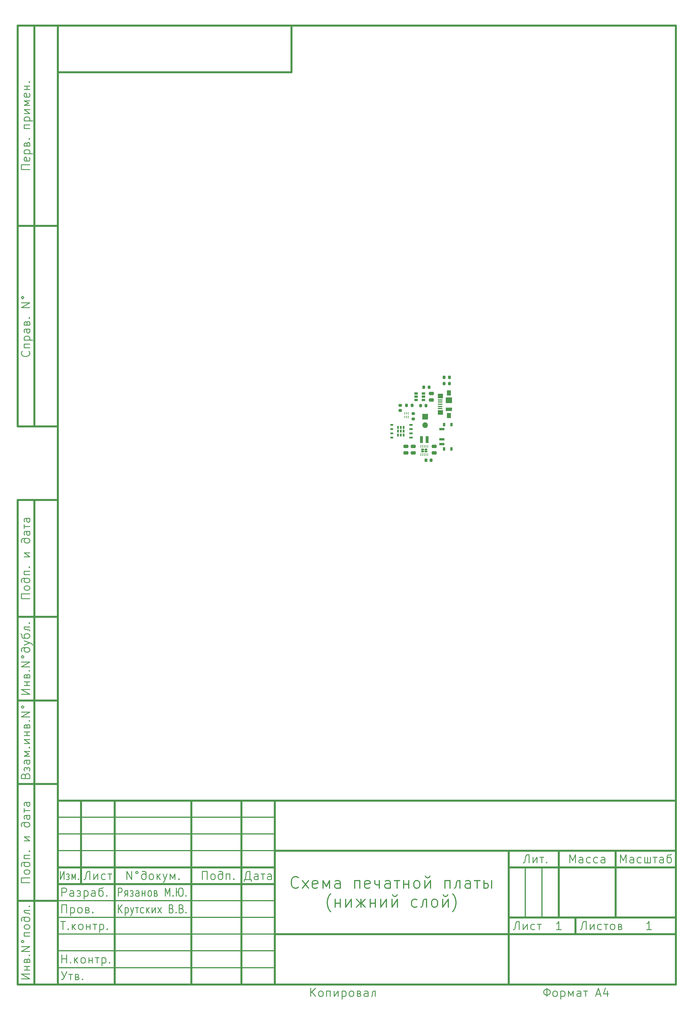
<source format=gbr>
%TF.GenerationSoftware,KiCad,Pcbnew,(6.0.0)*%
%TF.CreationDate,2022-01-12T10:47:11+03:00*%
%TF.ProjectId,Curse_PCB,43757273-655f-4504-9342-2e6b69636164,rev?*%
%TF.SameCoordinates,Original*%
%TF.FileFunction,Paste,Bot*%
%TF.FilePolarity,Positive*%
%FSLAX46Y46*%
G04 Gerber Fmt 4.6, Leading zero omitted, Abs format (unit mm)*
G04 Created by KiCad (PCBNEW (6.0.0)) date 2022-01-12 10:47:11*
%MOMM*%
%LPD*%
G01*
G04 APERTURE LIST*
G04 Aperture macros list*
%AMRoundRect*
0 Rectangle with rounded corners*
0 $1 Rounding radius*
0 $2 $3 $4 $5 $6 $7 $8 $9 X,Y pos of 4 corners*
0 Add a 4 corners polygon primitive as box body*
4,1,4,$2,$3,$4,$5,$6,$7,$8,$9,$2,$3,0*
0 Add four circle primitives for the rounded corners*
1,1,$1+$1,$2,$3*
1,1,$1+$1,$4,$5*
1,1,$1+$1,$6,$7*
1,1,$1+$1,$8,$9*
0 Add four rect primitives between the rounded corners*
20,1,$1+$1,$2,$3,$4,$5,0*
20,1,$1+$1,$4,$5,$6,$7,0*
20,1,$1+$1,$6,$7,$8,$9,0*
20,1,$1+$1,$8,$9,$2,$3,0*%
G04 Aperture macros list end*
%ADD10C,0.100000*%
%ADD11C,0.600000*%
%ADD12C,0.300000*%
%ADD13C,0.250000*%
%ADD14C,0.350000*%
%ADD15C,0.500000*%
%ADD16RoundRect,0.225000X-0.250000X0.225000X-0.250000X-0.225000X0.250000X-0.225000X0.250000X0.225000X0*%
%ADD17RoundRect,0.250000X-0.475000X0.250000X-0.475000X-0.250000X0.475000X-0.250000X0.475000X0.250000X0*%
%ADD18RoundRect,0.225000X-0.225000X-0.250000X0.225000X-0.250000X0.225000X0.250000X-0.225000X0.250000X0*%
%ADD19R,0.280000X0.850000*%
%ADD20R,0.280000X0.750000*%
%ADD21RoundRect,0.130000X-0.305000X0.130000X-0.305000X-0.130000X0.305000X-0.130000X0.305000X0.130000X0*%
%ADD22RoundRect,0.062500X-0.062500X0.350000X-0.062500X-0.350000X0.062500X-0.350000X0.062500X0.350000X0*%
%ADD23R,0.850000X2.000000*%
%ADD24RoundRect,0.200000X0.200000X0.275000X-0.200000X0.275000X-0.200000X-0.275000X0.200000X-0.275000X0*%
%ADD25RoundRect,0.200000X-0.275000X0.200000X-0.275000X-0.200000X0.275000X-0.200000X0.275000X0.200000X0*%
%ADD26R,0.900000X0.600000*%
%ADD27R,0.600000X0.900000*%
%ADD28R,1.050000X0.600000*%
%ADD29RoundRect,0.250000X0.475000X-0.250000X0.475000X0.250000X-0.475000X0.250000X-0.475000X-0.250000X0*%
%ADD30R,1.060000X0.650000*%
%ADD31RoundRect,0.218750X-0.218750X-0.256250X0.218750X-0.256250X0.218750X0.256250X-0.218750X0.256250X0*%
%ADD32RoundRect,0.200000X-0.200000X-0.275000X0.200000X-0.275000X0.200000X0.275000X-0.200000X0.275000X0*%
%ADD33R,0.800000X1.000000*%
%ADD34R,1.500000X0.700000*%
%ADD35R,1.380000X0.450000*%
%ADD36R,1.300000X1.650000*%
%ADD37R,1.900000X1.000000*%
%ADD38R,1.550000X1.425000*%
%ADD39R,1.900000X1.800000*%
%ADD40R,1.700000X1.700000*%
%ADD41O,1.700000X1.700000*%
G04 APERTURE END LIST*
D10*
D11*
X20000000Y-292002200D02*
X20000000Y-5000000D01*
X205007200Y-5000000D01*
X205007200Y-292002200D01*
X20000000Y-292002200D01*
D10*
D11*
X8000000Y-232002200D02*
X20000000Y-232002200D01*
D10*
D11*
X8000000Y-207002200D02*
X20000000Y-207002200D01*
D10*
D11*
X8000000Y-182002200D02*
X20000000Y-182002200D01*
D10*
D11*
X90000000Y-5000000D02*
X90000000Y-19000000D01*
D10*
D11*
X20000000Y-19000000D02*
X90000000Y-19000000D01*
D10*
D11*
X8000000Y-147002200D02*
X20000000Y-147002200D01*
D10*
D11*
X8000000Y-292002200D02*
X20000000Y-292002200D01*
D10*
D11*
X8000000Y-267002200D02*
X20000000Y-267002200D01*
D10*
D11*
X85007200Y-237002200D02*
X85007200Y-292002200D01*
D10*
D11*
X75007200Y-237002200D02*
X75007200Y-292002200D01*
D10*
D11*
X60007200Y-237002200D02*
X60007200Y-292002200D01*
D10*
D11*
X37007200Y-237002200D02*
X37007200Y-292002200D01*
D10*
D11*
X27007200Y-237002200D02*
X27007200Y-262002200D01*
D10*
D12*
X20007200Y-252002200D02*
X85007200Y-252002200D01*
D10*
D12*
X20007200Y-247002200D02*
X85007200Y-247002200D01*
D10*
D12*
X20007200Y-242002200D02*
X85007200Y-242002200D01*
D10*
D11*
X20007200Y-262002200D02*
X85007200Y-262002200D01*
D10*
D11*
X20007200Y-257002200D02*
X85007200Y-257002200D01*
D10*
D12*
X20007200Y-287002200D02*
X85007200Y-287002200D01*
D10*
D12*
X20007200Y-282002200D02*
X85007200Y-282002200D01*
D10*
D12*
X20007200Y-277002200D02*
X85007200Y-277002200D01*
D10*
D12*
X20007200Y-272002200D02*
X85007200Y-272002200D01*
D10*
D12*
X20007200Y-267002200D02*
X85007200Y-267002200D01*
D10*
D11*
X20007200Y-237002200D02*
X205007200Y-237002200D01*
D10*
D11*
X8000000Y-147002200D02*
X8000000Y-292002200D01*
D10*
D11*
X13000000Y-147002200D02*
X13000000Y-292002200D01*
D10*
D12*
X160007200Y-257002200D02*
X160007200Y-272002200D01*
D10*
D12*
X165007200Y-257002200D02*
X165007200Y-272002200D01*
D10*
D11*
X170007200Y-252002200D02*
X170007200Y-272002200D01*
D10*
D11*
X187007200Y-252002200D02*
X187007200Y-272002200D01*
D10*
D11*
X155007200Y-272002200D02*
X205007200Y-272002200D01*
D10*
D11*
X155007200Y-257002200D02*
X205007200Y-257002200D01*
D10*
D11*
X155007200Y-252002200D02*
X155007200Y-292002200D01*
D10*
D11*
X85007200Y-277002200D02*
X205007200Y-277002200D01*
D10*
D11*
X85007200Y-252002200D02*
X205007200Y-252002200D01*
D10*
D11*
X20007200Y-292002200D02*
X20007200Y-237002200D01*
D10*
D11*
X175007200Y-272002200D02*
X175007200Y-277002200D01*
D10*
D11*
X8000000Y-5002200D02*
X20000000Y-5002200D01*
D10*
D11*
X8000000Y-65002200D02*
X20000000Y-65002200D01*
D10*
D11*
X8000000Y-125002200D02*
X20000000Y-125002200D01*
D10*
D11*
X8000000Y-5002200D02*
X8000000Y-125002200D01*
D10*
D11*
X13000000Y-5002200D02*
X13000000Y-125002200D01*
D10*
D13*
X40709580Y-260633152D02*
X40709580Y-258133152D01*
X42138152Y-260633152D01*
X42138152Y-258133152D01*
X43685771Y-258133152D02*
X43447676Y-258252200D01*
X43328628Y-258490295D01*
X43447676Y-258728390D01*
X43685771Y-258847438D01*
X43923866Y-258728390D01*
X44042914Y-258490295D01*
X43923866Y-258252200D01*
X43685771Y-258133152D01*
X46423866Y-259204580D02*
X46304819Y-259085533D01*
X46066723Y-258966485D01*
X45590533Y-258966485D01*
X45352438Y-259085533D01*
X45233390Y-259204580D01*
X45114342Y-259442676D01*
X45114342Y-260156961D01*
X45233390Y-260395057D01*
X45352438Y-260514104D01*
X45590533Y-260633152D01*
X45947676Y-260633152D01*
X46185771Y-260514104D01*
X46304819Y-260395057D01*
X46423866Y-260156961D01*
X46423866Y-258609342D01*
X46304819Y-258371247D01*
X46185771Y-258252200D01*
X45947676Y-258133152D01*
X45471485Y-258133152D01*
X45233390Y-258252200D01*
X47852438Y-260633152D02*
X47614342Y-260514104D01*
X47495295Y-260395057D01*
X47376247Y-260156961D01*
X47376247Y-259442676D01*
X47495295Y-259204580D01*
X47614342Y-259085533D01*
X47852438Y-258966485D01*
X48209580Y-258966485D01*
X48447676Y-259085533D01*
X48566723Y-259204580D01*
X48685771Y-259442676D01*
X48685771Y-260156961D01*
X48566723Y-260395057D01*
X48447676Y-260514104D01*
X48209580Y-260633152D01*
X47852438Y-260633152D01*
X49757200Y-258966485D02*
X49757200Y-260633152D01*
X49995295Y-259680771D02*
X50709580Y-260633152D01*
X50709580Y-258966485D02*
X49757200Y-259918866D01*
X51542914Y-258966485D02*
X52138152Y-260633152D01*
X52733390Y-258966485D02*
X52138152Y-260633152D01*
X51900057Y-261228390D01*
X51781009Y-261347438D01*
X51542914Y-261466485D01*
X53685771Y-260633152D02*
X53685771Y-258966485D01*
X54400057Y-260276009D01*
X55114342Y-258966485D01*
X55114342Y-260633152D01*
X56304819Y-260395057D02*
X56423866Y-260514104D01*
X56304819Y-260633152D01*
X56185771Y-260514104D01*
X56304819Y-260395057D01*
X56304819Y-260633152D01*
D10*
D13*
X10321428Y-229561723D02*
X10440476Y-229204580D01*
X10559523Y-229085533D01*
X10797619Y-228966485D01*
X11154761Y-228966485D01*
X11392857Y-229085533D01*
X11511904Y-229204580D01*
X11630952Y-229442676D01*
X11630952Y-230395057D01*
X9130952Y-230395057D01*
X9130952Y-229561723D01*
X9250000Y-229323628D01*
X9369047Y-229204580D01*
X9607142Y-229085533D01*
X9845238Y-229085533D01*
X10083333Y-229204580D01*
X10202380Y-229323628D01*
X10321428Y-229561723D01*
X10321428Y-230395057D01*
X10797619Y-227656961D02*
X10797619Y-227418866D01*
X10083333Y-228133152D02*
X9964285Y-227895057D01*
X9964285Y-227418866D01*
X10083333Y-227180771D01*
X10321428Y-227061723D01*
X10440476Y-227061723D01*
X10678571Y-227180771D01*
X10797619Y-227418866D01*
X10916666Y-227180771D01*
X11154761Y-227061723D01*
X11273809Y-227061723D01*
X11511904Y-227180771D01*
X11630952Y-227418866D01*
X11630952Y-227895057D01*
X11511904Y-228133152D01*
X11630952Y-224918866D02*
X10321428Y-224918866D01*
X10083333Y-225037914D01*
X9964285Y-225276009D01*
X9964285Y-225752200D01*
X10083333Y-225990295D01*
X11511904Y-224918866D02*
X11630952Y-225156961D01*
X11630952Y-225752200D01*
X11511904Y-225990295D01*
X11273809Y-226109342D01*
X11035714Y-226109342D01*
X10797619Y-225990295D01*
X10678571Y-225752200D01*
X10678571Y-225156961D01*
X10559523Y-224918866D01*
X11630952Y-223728390D02*
X9964285Y-223728390D01*
X11273809Y-223014104D01*
X9964285Y-222299819D01*
X11630952Y-222299819D01*
X11392857Y-221109342D02*
X11511904Y-220990295D01*
X11630952Y-221109342D01*
X11511904Y-221228390D01*
X11392857Y-221109342D01*
X11630952Y-221109342D01*
X9964285Y-219918866D02*
X11630952Y-219918866D01*
X9964285Y-218728390D01*
X11630952Y-218728390D01*
X10797619Y-217537914D02*
X10797619Y-216466485D01*
X9964285Y-217537914D02*
X11630952Y-217537914D01*
X9964285Y-216466485D02*
X11630952Y-216466485D01*
X10797619Y-214680771D02*
X10916666Y-214323628D01*
X11154761Y-214204580D01*
X11273809Y-214204580D01*
X11511904Y-214323628D01*
X11630952Y-214561723D01*
X11630952Y-215276009D01*
X9964285Y-215276009D01*
X9964285Y-214680771D01*
X10083333Y-214442676D01*
X10321428Y-214323628D01*
X10440476Y-214323628D01*
X10678571Y-214442676D01*
X10797619Y-214680771D01*
X10797619Y-215276009D01*
X11392857Y-213133152D02*
X11511904Y-213014104D01*
X11630952Y-213133152D01*
X11511904Y-213252200D01*
X11392857Y-213133152D01*
X11630952Y-213133152D01*
X11630952Y-211942676D02*
X9130952Y-211942676D01*
X11630952Y-210514104D01*
X9130952Y-210514104D01*
X9130952Y-208966485D02*
X9250000Y-209204580D01*
X9488095Y-209323628D01*
X9726190Y-209204580D01*
X9845238Y-208966485D01*
X9726190Y-208728390D01*
X9488095Y-208609342D01*
X9250000Y-208728390D01*
X9130952Y-208966485D01*
D10*
D13*
X77983390Y-261228390D02*
X77983390Y-260633152D01*
X75840533Y-260633152D01*
X75840533Y-261228390D01*
X77507200Y-260633152D02*
X77507200Y-258133152D01*
X76911961Y-258133152D01*
X76673866Y-258252200D01*
X76554819Y-258371247D01*
X76435771Y-258609342D01*
X76197676Y-260633152D01*
X80007200Y-260633152D02*
X80007200Y-259323628D01*
X79888152Y-259085533D01*
X79650057Y-258966485D01*
X79173866Y-258966485D01*
X78935771Y-259085533D01*
X80007200Y-260514104D02*
X79769104Y-260633152D01*
X79173866Y-260633152D01*
X78935771Y-260514104D01*
X78816723Y-260276009D01*
X78816723Y-260037914D01*
X78935771Y-259799819D01*
X79173866Y-259680771D01*
X79769104Y-259680771D01*
X80007200Y-259561723D01*
X80840533Y-258966485D02*
X82031009Y-258966485D01*
X81435771Y-258966485D02*
X81435771Y-260633152D01*
X83935771Y-260633152D02*
X83935771Y-259323628D01*
X83816723Y-259085533D01*
X83578628Y-258966485D01*
X83102438Y-258966485D01*
X82864342Y-259085533D01*
X83935771Y-260514104D02*
X83697676Y-260633152D01*
X83102438Y-260633152D01*
X82864342Y-260514104D01*
X82745295Y-260276009D01*
X82745295Y-260037914D01*
X82864342Y-259799819D01*
X83102438Y-259680771D01*
X83697676Y-259680771D01*
X83935771Y-259561723D01*
D10*
D13*
X20822225Y-258133152D02*
X20822225Y-260633152D01*
X21896215Y-258133152D01*
X21896215Y-260633152D01*
X22970205Y-259799819D02*
X23149203Y-259799819D01*
X22612208Y-259085533D02*
X22791206Y-258966485D01*
X23149203Y-258966485D01*
X23328201Y-259085533D01*
X23417700Y-259323628D01*
X23417700Y-259442676D01*
X23328201Y-259680771D01*
X23149203Y-259799819D01*
X23328201Y-259918866D01*
X23417700Y-260156961D01*
X23417700Y-260276009D01*
X23328201Y-260514104D01*
X23149203Y-260633152D01*
X22791206Y-260633152D01*
X22612208Y-260514104D01*
X24223193Y-260633152D02*
X24223193Y-258966485D01*
X24760188Y-260276009D01*
X25297182Y-258966485D01*
X25297182Y-260633152D01*
X26192174Y-260395057D02*
X26281673Y-260514104D01*
X26192174Y-260633152D01*
X26102675Y-260514104D01*
X26192174Y-260395057D01*
X26192174Y-260633152D01*
D10*
D13*
X9130952Y-205156961D02*
X11630952Y-205156961D01*
X9130952Y-203728390D01*
X11630952Y-203728390D01*
X10797619Y-202537914D02*
X10797619Y-201466485D01*
X9964285Y-202537914D02*
X11630952Y-202537914D01*
X9964285Y-201466485D02*
X11630952Y-201466485D01*
X10797619Y-199680771D02*
X10916666Y-199323628D01*
X11154761Y-199204580D01*
X11273809Y-199204580D01*
X11511904Y-199323628D01*
X11630952Y-199561723D01*
X11630952Y-200276009D01*
X9964285Y-200276009D01*
X9964285Y-199680771D01*
X10083333Y-199442676D01*
X10321428Y-199323628D01*
X10440476Y-199323628D01*
X10678571Y-199442676D01*
X10797619Y-199680771D01*
X10797619Y-200276009D01*
X11392857Y-198133152D02*
X11511904Y-198014104D01*
X11630952Y-198133152D01*
X11511904Y-198252200D01*
X11392857Y-198133152D01*
X11630952Y-198133152D01*
X11630952Y-196942676D02*
X9130952Y-196942676D01*
X11630952Y-195514104D01*
X9130952Y-195514104D01*
X9130952Y-193966485D02*
X9250000Y-194204580D01*
X9488095Y-194323628D01*
X9726190Y-194204580D01*
X9845238Y-193966485D01*
X9726190Y-193728390D01*
X9488095Y-193609342D01*
X9250000Y-193728390D01*
X9130952Y-193966485D01*
X10202380Y-191228390D02*
X10083333Y-191347438D01*
X9964285Y-191585533D01*
X9964285Y-192061723D01*
X10083333Y-192299819D01*
X10202380Y-192418866D01*
X10440476Y-192537914D01*
X11154761Y-192537914D01*
X11392857Y-192418866D01*
X11511904Y-192299819D01*
X11630952Y-192061723D01*
X11630952Y-191704580D01*
X11511904Y-191466485D01*
X11392857Y-191347438D01*
X11154761Y-191228390D01*
X9607142Y-191228390D01*
X9369047Y-191347438D01*
X9250000Y-191466485D01*
X9130952Y-191704580D01*
X9130952Y-192180771D01*
X9250000Y-192418866D01*
X9964285Y-190395057D02*
X11630952Y-189799819D01*
X9964285Y-189204580D02*
X11630952Y-189799819D01*
X12226190Y-190037914D01*
X12345238Y-190156961D01*
X12464285Y-190395057D01*
X9011904Y-187061723D02*
X9130952Y-187180771D01*
X9250000Y-187418866D01*
X9250000Y-187895057D01*
X9369047Y-188133152D01*
X9488095Y-188252200D01*
X9726190Y-188371247D01*
X11154761Y-188371247D01*
X11392857Y-188252200D01*
X11511904Y-188133152D01*
X11630952Y-187895057D01*
X11630952Y-187537914D01*
X11511904Y-187299819D01*
X11392857Y-187180771D01*
X11154761Y-187061723D01*
X10440476Y-187061723D01*
X10202380Y-187180771D01*
X10083333Y-187299819D01*
X9964285Y-187537914D01*
X9964285Y-188014104D01*
X10083333Y-188252200D01*
X10202380Y-188371247D01*
X11630952Y-185037914D02*
X9964285Y-185037914D01*
X9964285Y-185395057D01*
X10083333Y-185633152D01*
X10321428Y-185752200D01*
X11273809Y-185871247D01*
X11511904Y-185990295D01*
X11630952Y-186228390D01*
X11392857Y-183847438D02*
X11511904Y-183728390D01*
X11630952Y-183847438D01*
X11511904Y-183966485D01*
X11392857Y-183847438D01*
X11630952Y-183847438D01*
D10*
D13*
X9130952Y-290335533D02*
X11630952Y-290335533D01*
X9130952Y-288906961D01*
X11630952Y-288906961D01*
X10797619Y-287716485D02*
X10797619Y-286645057D01*
X9964285Y-287716485D02*
X11630952Y-287716485D01*
X9964285Y-286645057D02*
X11630952Y-286645057D01*
X10797619Y-284859342D02*
X10916666Y-284502200D01*
X11154761Y-284383152D01*
X11273809Y-284383152D01*
X11511904Y-284502200D01*
X11630952Y-284740295D01*
X11630952Y-285454580D01*
X9964285Y-285454580D01*
X9964285Y-284859342D01*
X10083333Y-284621247D01*
X10321428Y-284502200D01*
X10440476Y-284502200D01*
X10678571Y-284621247D01*
X10797619Y-284859342D01*
X10797619Y-285454580D01*
X11392857Y-283311723D02*
X11511904Y-283192676D01*
X11630952Y-283311723D01*
X11511904Y-283430771D01*
X11392857Y-283311723D01*
X11630952Y-283311723D01*
X11630952Y-282121247D02*
X9130952Y-282121247D01*
X11630952Y-280692676D01*
X9130952Y-280692676D01*
X9130952Y-279145057D02*
X9250000Y-279383152D01*
X9488095Y-279502200D01*
X9726190Y-279383152D01*
X9845238Y-279145057D01*
X9726190Y-278906961D01*
X9488095Y-278787914D01*
X9250000Y-278906961D01*
X9130952Y-279145057D01*
X11630952Y-277597438D02*
X9964285Y-277597438D01*
X9964285Y-276526009D01*
X11630952Y-276526009D01*
X11630952Y-274978390D02*
X11511904Y-275216485D01*
X11392857Y-275335533D01*
X11154761Y-275454580D01*
X10440476Y-275454580D01*
X10202380Y-275335533D01*
X10083333Y-275216485D01*
X9964285Y-274978390D01*
X9964285Y-274621247D01*
X10083333Y-274383152D01*
X10202380Y-274264104D01*
X10440476Y-274145057D01*
X11154761Y-274145057D01*
X11392857Y-274264104D01*
X11511904Y-274383152D01*
X11630952Y-274621247D01*
X11630952Y-274978390D01*
X10202380Y-271883152D02*
X10083333Y-272002200D01*
X9964285Y-272240295D01*
X9964285Y-272716485D01*
X10083333Y-272954580D01*
X10202380Y-273073628D01*
X10440476Y-273192676D01*
X11154761Y-273192676D01*
X11392857Y-273073628D01*
X11511904Y-272954580D01*
X11630952Y-272716485D01*
X11630952Y-272359342D01*
X11511904Y-272121247D01*
X11392857Y-272002200D01*
X11154761Y-271883152D01*
X9607142Y-271883152D01*
X9369047Y-272002200D01*
X9250000Y-272121247D01*
X9130952Y-272359342D01*
X9130952Y-272835533D01*
X9250000Y-273073628D01*
X11630952Y-269859342D02*
X9964285Y-269859342D01*
X9964285Y-270216485D01*
X10083333Y-270454580D01*
X10321428Y-270573628D01*
X11273809Y-270692676D01*
X11511904Y-270811723D01*
X11630952Y-271049819D01*
X11392857Y-268668866D02*
X11511904Y-268549819D01*
X11630952Y-268668866D01*
X11511904Y-268787914D01*
X11392857Y-268668866D01*
X11630952Y-268668866D01*
D10*
D13*
X95727438Y-295633152D02*
X95727438Y-293133152D01*
X97156009Y-295633152D02*
X96084580Y-294204580D01*
X97156009Y-293133152D02*
X95727438Y-294561723D01*
X98584580Y-295633152D02*
X98346485Y-295514104D01*
X98227438Y-295395057D01*
X98108390Y-295156961D01*
X98108390Y-294442676D01*
X98227438Y-294204580D01*
X98346485Y-294085533D01*
X98584580Y-293966485D01*
X98941723Y-293966485D01*
X99179819Y-294085533D01*
X99298866Y-294204580D01*
X99417914Y-294442676D01*
X99417914Y-295156961D01*
X99298866Y-295395057D01*
X99179819Y-295514104D01*
X98941723Y-295633152D01*
X98584580Y-295633152D01*
X100489342Y-295633152D02*
X100489342Y-293966485D01*
X101560771Y-293966485D01*
X101560771Y-295633152D01*
X102751247Y-293966485D02*
X102751247Y-295633152D01*
X103941723Y-293966485D01*
X103941723Y-295633152D01*
X105132200Y-293966485D02*
X105132200Y-296466485D01*
X105132200Y-294085533D02*
X105370295Y-293966485D01*
X105846485Y-293966485D01*
X106084580Y-294085533D01*
X106203628Y-294204580D01*
X106322676Y-294442676D01*
X106322676Y-295156961D01*
X106203628Y-295395057D01*
X106084580Y-295514104D01*
X105846485Y-295633152D01*
X105370295Y-295633152D01*
X105132200Y-295514104D01*
X107751247Y-295633152D02*
X107513152Y-295514104D01*
X107394104Y-295395057D01*
X107275057Y-295156961D01*
X107275057Y-294442676D01*
X107394104Y-294204580D01*
X107513152Y-294085533D01*
X107751247Y-293966485D01*
X108108390Y-293966485D01*
X108346485Y-294085533D01*
X108465533Y-294204580D01*
X108584580Y-294442676D01*
X108584580Y-295156961D01*
X108465533Y-295395057D01*
X108346485Y-295514104D01*
X108108390Y-295633152D01*
X107751247Y-295633152D01*
X110251247Y-294799819D02*
X110608390Y-294918866D01*
X110727438Y-295156961D01*
X110727438Y-295276009D01*
X110608390Y-295514104D01*
X110370295Y-295633152D01*
X109656009Y-295633152D01*
X109656009Y-293966485D01*
X110251247Y-293966485D01*
X110489342Y-294085533D01*
X110608390Y-294323628D01*
X110608390Y-294442676D01*
X110489342Y-294680771D01*
X110251247Y-294799819D01*
X109656009Y-294799819D01*
X112870295Y-295633152D02*
X112870295Y-294323628D01*
X112751247Y-294085533D01*
X112513152Y-293966485D01*
X112036961Y-293966485D01*
X111798866Y-294085533D01*
X112870295Y-295514104D02*
X112632200Y-295633152D01*
X112036961Y-295633152D01*
X111798866Y-295514104D01*
X111679819Y-295276009D01*
X111679819Y-295037914D01*
X111798866Y-294799819D01*
X112036961Y-294680771D01*
X112632200Y-294680771D01*
X112870295Y-294561723D01*
X115013152Y-295633152D02*
X115013152Y-293966485D01*
X114656009Y-293966485D01*
X114417914Y-294085533D01*
X114298866Y-294323628D01*
X114179819Y-295276009D01*
X114060771Y-295514104D01*
X113822676Y-295633152D01*
D10*
D13*
X158156009Y-275633152D02*
X158156009Y-273133152D01*
X157798866Y-273133152D01*
X157441723Y-273252200D01*
X157203628Y-273490295D01*
X157084580Y-273847438D01*
X156846485Y-275276009D01*
X156727438Y-275514104D01*
X156489342Y-275633152D01*
X156370295Y-275633152D01*
X159346485Y-273966485D02*
X159346485Y-275633152D01*
X160536961Y-273966485D01*
X160536961Y-275633152D01*
X162798866Y-275514104D02*
X162560771Y-275633152D01*
X162084580Y-275633152D01*
X161846485Y-275514104D01*
X161727438Y-275395057D01*
X161608390Y-275156961D01*
X161608390Y-274442676D01*
X161727438Y-274204580D01*
X161846485Y-274085533D01*
X162084580Y-273966485D01*
X162560771Y-273966485D01*
X162798866Y-274085533D01*
X163513152Y-273966485D02*
X164703628Y-273966485D01*
X164108390Y-273966485D02*
X164108390Y-275633152D01*
D10*
D13*
X29626247Y-260633152D02*
X29626247Y-258133152D01*
X29269104Y-258133152D01*
X28911961Y-258252200D01*
X28673866Y-258490295D01*
X28554819Y-258847438D01*
X28316723Y-260276009D01*
X28197676Y-260514104D01*
X27959580Y-260633152D01*
X27840533Y-260633152D01*
X30816723Y-258966485D02*
X30816723Y-260633152D01*
X32007200Y-258966485D01*
X32007200Y-260633152D01*
X34269104Y-260514104D02*
X34031009Y-260633152D01*
X33554819Y-260633152D01*
X33316723Y-260514104D01*
X33197676Y-260395057D01*
X33078628Y-260156961D01*
X33078628Y-259442676D01*
X33197676Y-259204580D01*
X33316723Y-259085533D01*
X33554819Y-258966485D01*
X34031009Y-258966485D01*
X34269104Y-259085533D01*
X34983390Y-258966485D02*
X36173866Y-258966485D01*
X35578628Y-258966485D02*
X35578628Y-260633152D01*
D10*
D13*
X178156009Y-275633152D02*
X178156009Y-273133152D01*
X177798866Y-273133152D01*
X177441723Y-273252200D01*
X177203628Y-273490295D01*
X177084580Y-273847438D01*
X176846485Y-275276009D01*
X176727438Y-275514104D01*
X176489342Y-275633152D01*
X176370295Y-275633152D01*
X179346485Y-273966485D02*
X179346485Y-275633152D01*
X180536961Y-273966485D01*
X180536961Y-275633152D01*
X182798866Y-275514104D02*
X182560771Y-275633152D01*
X182084580Y-275633152D01*
X181846485Y-275514104D01*
X181727438Y-275395057D01*
X181608390Y-275156961D01*
X181608390Y-274442676D01*
X181727438Y-274204580D01*
X181846485Y-274085533D01*
X182084580Y-273966485D01*
X182560771Y-273966485D01*
X182798866Y-274085533D01*
X183513152Y-273966485D02*
X184703628Y-273966485D01*
X184108390Y-273966485D02*
X184108390Y-275633152D01*
X185894104Y-275633152D02*
X185656009Y-275514104D01*
X185536961Y-275395057D01*
X185417914Y-275156961D01*
X185417914Y-274442676D01*
X185536961Y-274204580D01*
X185656009Y-274085533D01*
X185894104Y-273966485D01*
X186251247Y-273966485D01*
X186489342Y-274085533D01*
X186608390Y-274204580D01*
X186727438Y-274442676D01*
X186727438Y-275156961D01*
X186608390Y-275395057D01*
X186489342Y-275514104D01*
X186251247Y-275633152D01*
X185894104Y-275633152D01*
X188394104Y-274799819D02*
X188751247Y-274918866D01*
X188870295Y-275156961D01*
X188870295Y-275276009D01*
X188751247Y-275514104D01*
X188513152Y-275633152D01*
X187798866Y-275633152D01*
X187798866Y-273966485D01*
X188394104Y-273966485D01*
X188632200Y-274085533D01*
X188751247Y-274323628D01*
X188751247Y-274442676D01*
X188632200Y-274680771D01*
X188394104Y-274799819D01*
X187798866Y-274799819D01*
D10*
D13*
X161102438Y-255633152D02*
X161102438Y-253133152D01*
X160745295Y-253133152D01*
X160388152Y-253252200D01*
X160150057Y-253490295D01*
X160031009Y-253847438D01*
X159792914Y-255276009D01*
X159673866Y-255514104D01*
X159435771Y-255633152D01*
X159316723Y-255633152D01*
X162292914Y-253966485D02*
X162292914Y-255633152D01*
X163483390Y-253966485D01*
X163483390Y-255633152D01*
X164316723Y-253966485D02*
X165507200Y-253966485D01*
X164911961Y-253966485D02*
X164911961Y-255633152D01*
X166340533Y-255395057D02*
X166459580Y-255514104D01*
X166340533Y-255633152D01*
X166221485Y-255514104D01*
X166340533Y-255395057D01*
X166340533Y-255633152D01*
D10*
D13*
X173269104Y-255633152D02*
X173269104Y-253133152D01*
X174102438Y-254918866D01*
X174935771Y-253133152D01*
X174935771Y-255633152D01*
X177197676Y-255633152D02*
X177197676Y-254323628D01*
X177078628Y-254085533D01*
X176840533Y-253966485D01*
X176364342Y-253966485D01*
X176126247Y-254085533D01*
X177197676Y-255514104D02*
X176959580Y-255633152D01*
X176364342Y-255633152D01*
X176126247Y-255514104D01*
X176007200Y-255276009D01*
X176007200Y-255037914D01*
X176126247Y-254799819D01*
X176364342Y-254680771D01*
X176959580Y-254680771D01*
X177197676Y-254561723D01*
X179459580Y-255514104D02*
X179221485Y-255633152D01*
X178745295Y-255633152D01*
X178507200Y-255514104D01*
X178388152Y-255395057D01*
X178269104Y-255156961D01*
X178269104Y-254442676D01*
X178388152Y-254204580D01*
X178507200Y-254085533D01*
X178745295Y-253966485D01*
X179221485Y-253966485D01*
X179459580Y-254085533D01*
X181602438Y-255514104D02*
X181364342Y-255633152D01*
X180888152Y-255633152D01*
X180650057Y-255514104D01*
X180531009Y-255395057D01*
X180411961Y-255156961D01*
X180411961Y-254442676D01*
X180531009Y-254204580D01*
X180650057Y-254085533D01*
X180888152Y-253966485D01*
X181364342Y-253966485D01*
X181602438Y-254085533D01*
X183745295Y-255633152D02*
X183745295Y-254323628D01*
X183626247Y-254085533D01*
X183388152Y-253966485D01*
X182911961Y-253966485D01*
X182673866Y-254085533D01*
X183745295Y-255514104D02*
X183507200Y-255633152D01*
X182911961Y-255633152D01*
X182673866Y-255514104D01*
X182554819Y-255276009D01*
X182554819Y-255037914D01*
X182673866Y-254799819D01*
X182911961Y-254680771D01*
X183507200Y-254680771D01*
X183745295Y-254561723D01*
D10*
D13*
X188447676Y-255633152D02*
X188447676Y-253133152D01*
X189281009Y-254918866D01*
X190114342Y-253133152D01*
X190114342Y-255633152D01*
X192376247Y-255633152D02*
X192376247Y-254323628D01*
X192257200Y-254085533D01*
X192019104Y-253966485D01*
X191542914Y-253966485D01*
X191304819Y-254085533D01*
X192376247Y-255514104D02*
X192138152Y-255633152D01*
X191542914Y-255633152D01*
X191304819Y-255514104D01*
X191185771Y-255276009D01*
X191185771Y-255037914D01*
X191304819Y-254799819D01*
X191542914Y-254680771D01*
X192138152Y-254680771D01*
X192376247Y-254561723D01*
X194638152Y-255514104D02*
X194400057Y-255633152D01*
X193923866Y-255633152D01*
X193685771Y-255514104D01*
X193566723Y-255395057D01*
X193447676Y-255156961D01*
X193447676Y-254442676D01*
X193566723Y-254204580D01*
X193685771Y-254085533D01*
X193923866Y-253966485D01*
X194400057Y-253966485D01*
X194638152Y-254085533D01*
X196542914Y-253966485D02*
X196542914Y-255633152D01*
X195709580Y-253966485D02*
X195709580Y-255633152D01*
X197376247Y-255633152D01*
X197376247Y-253966485D01*
X198209580Y-253966485D02*
X199400057Y-253966485D01*
X198804819Y-253966485D02*
X198804819Y-255633152D01*
X201304819Y-255633152D02*
X201304819Y-254323628D01*
X201185771Y-254085533D01*
X200947676Y-253966485D01*
X200471485Y-253966485D01*
X200233390Y-254085533D01*
X201304819Y-255514104D02*
X201066723Y-255633152D01*
X200471485Y-255633152D01*
X200233390Y-255514104D01*
X200114342Y-255276009D01*
X200114342Y-255037914D01*
X200233390Y-254799819D01*
X200471485Y-254680771D01*
X201066723Y-254680771D01*
X201304819Y-254561723D01*
X203685771Y-253014104D02*
X203566723Y-253133152D01*
X203328628Y-253252200D01*
X202852438Y-253252200D01*
X202614342Y-253371247D01*
X202495295Y-253490295D01*
X202376247Y-253728390D01*
X202376247Y-255156961D01*
X202495295Y-255395057D01*
X202614342Y-255514104D01*
X202852438Y-255633152D01*
X203209580Y-255633152D01*
X203447676Y-255514104D01*
X203566723Y-255395057D01*
X203685771Y-255156961D01*
X203685771Y-254442676D01*
X203566723Y-254204580D01*
X203447676Y-254085533D01*
X203209580Y-253966485D01*
X202733390Y-253966485D01*
X202495295Y-254085533D01*
X202376247Y-254204580D01*
D10*
D13*
X21227438Y-285633152D02*
X21227438Y-283133152D01*
X21227438Y-284323628D02*
X22656009Y-284323628D01*
X22656009Y-285633152D02*
X22656009Y-283133152D01*
X23846485Y-285395057D02*
X23965533Y-285514104D01*
X23846485Y-285633152D01*
X23727438Y-285514104D01*
X23846485Y-285395057D01*
X23846485Y-285633152D01*
X25036961Y-283966485D02*
X25036961Y-285633152D01*
X25275057Y-284680771D02*
X25989342Y-285633152D01*
X25989342Y-283966485D02*
X25036961Y-284918866D01*
X27417914Y-285633152D02*
X27179819Y-285514104D01*
X27060771Y-285395057D01*
X26941723Y-285156961D01*
X26941723Y-284442676D01*
X27060771Y-284204580D01*
X27179819Y-284085533D01*
X27417914Y-283966485D01*
X27775057Y-283966485D01*
X28013152Y-284085533D01*
X28132200Y-284204580D01*
X28251247Y-284442676D01*
X28251247Y-285156961D01*
X28132200Y-285395057D01*
X28013152Y-285514104D01*
X27775057Y-285633152D01*
X27417914Y-285633152D01*
X29322676Y-284799819D02*
X30394104Y-284799819D01*
X29322676Y-283966485D02*
X29322676Y-285633152D01*
X30394104Y-283966485D02*
X30394104Y-285633152D01*
X31227438Y-283966485D02*
X32417914Y-283966485D01*
X31822676Y-283966485D02*
X31822676Y-285633152D01*
X33251247Y-283966485D02*
X33251247Y-286466485D01*
X33251247Y-284085533D02*
X33489342Y-283966485D01*
X33965533Y-283966485D01*
X34203628Y-284085533D01*
X34322676Y-284204580D01*
X34441723Y-284442676D01*
X34441723Y-285156961D01*
X34322676Y-285395057D01*
X34203628Y-285514104D01*
X33965533Y-285633152D01*
X33489342Y-285633152D01*
X33251247Y-285514104D01*
X35513152Y-285395057D02*
X35632200Y-285514104D01*
X35513152Y-285633152D01*
X35394104Y-285514104D01*
X35513152Y-285395057D01*
X35513152Y-285633152D01*
D10*
D13*
X11630952Y-48097438D02*
X9130952Y-48097438D01*
X9130952Y-46668866D01*
X11630952Y-46668866D01*
X11511904Y-44526009D02*
X11630952Y-44764104D01*
X11630952Y-45240295D01*
X11511904Y-45478390D01*
X11273809Y-45597438D01*
X10321428Y-45597438D01*
X10083333Y-45478390D01*
X9964285Y-45240295D01*
X9964285Y-44764104D01*
X10083333Y-44526009D01*
X10321428Y-44406961D01*
X10559523Y-44406961D01*
X10797619Y-45597438D01*
X9964285Y-43335533D02*
X12464285Y-43335533D01*
X10083333Y-43335533D02*
X9964285Y-43097438D01*
X9964285Y-42621247D01*
X10083333Y-42383152D01*
X10202380Y-42264104D01*
X10440476Y-42145057D01*
X11154761Y-42145057D01*
X11392857Y-42264104D01*
X11511904Y-42383152D01*
X11630952Y-42621247D01*
X11630952Y-43097438D01*
X11511904Y-43335533D01*
X10797619Y-40478390D02*
X10916666Y-40121247D01*
X11154761Y-40002200D01*
X11273809Y-40002200D01*
X11511904Y-40121247D01*
X11630952Y-40359342D01*
X11630952Y-41073628D01*
X9964285Y-41073628D01*
X9964285Y-40478390D01*
X10083333Y-40240295D01*
X10321428Y-40121247D01*
X10440476Y-40121247D01*
X10678571Y-40240295D01*
X10797619Y-40478390D01*
X10797619Y-41073628D01*
X11392857Y-38930771D02*
X11511904Y-38811723D01*
X11630952Y-38930771D01*
X11511904Y-39049819D01*
X11392857Y-38930771D01*
X11630952Y-38930771D01*
X11630952Y-35835533D02*
X9964285Y-35835533D01*
X9964285Y-34764104D01*
X11630952Y-34764104D01*
X9964285Y-33573628D02*
X12464285Y-33573628D01*
X10083333Y-33573628D02*
X9964285Y-33335533D01*
X9964285Y-32859342D01*
X10083333Y-32621247D01*
X10202380Y-32502200D01*
X10440476Y-32383152D01*
X11154761Y-32383152D01*
X11392857Y-32502200D01*
X11511904Y-32621247D01*
X11630952Y-32859342D01*
X11630952Y-33335533D01*
X11511904Y-33573628D01*
X9964285Y-31311723D02*
X11630952Y-31311723D01*
X9964285Y-30121247D01*
X11630952Y-30121247D01*
X11630952Y-28930771D02*
X9964285Y-28930771D01*
X11273809Y-28216485D01*
X9964285Y-27502200D01*
X11630952Y-27502200D01*
X11511904Y-25359342D02*
X11630952Y-25597438D01*
X11630952Y-26073628D01*
X11511904Y-26311723D01*
X11273809Y-26430771D01*
X10321428Y-26430771D01*
X10083333Y-26311723D01*
X9964285Y-26073628D01*
X9964285Y-25597438D01*
X10083333Y-25359342D01*
X10321428Y-25240295D01*
X10559523Y-25240295D01*
X10797619Y-26430771D01*
X10797619Y-24168866D02*
X10797619Y-23097438D01*
X9964285Y-24168866D02*
X11630952Y-24168866D01*
X9964285Y-23097438D02*
X11630952Y-23097438D01*
X11392857Y-21906961D02*
X11511904Y-21787914D01*
X11630952Y-21906961D01*
X11511904Y-22026009D01*
X11392857Y-21906961D01*
X11630952Y-21906961D01*
D10*
D13*
X11630952Y-261526009D02*
X9130952Y-261526009D01*
X9130952Y-260097438D01*
X11630952Y-260097438D01*
X11630952Y-258549819D02*
X11511904Y-258787914D01*
X11392857Y-258906961D01*
X11154761Y-259026009D01*
X10440476Y-259026009D01*
X10202380Y-258906961D01*
X10083333Y-258787914D01*
X9964285Y-258549819D01*
X9964285Y-258192676D01*
X10083333Y-257954580D01*
X10202380Y-257835533D01*
X10440476Y-257716485D01*
X11154761Y-257716485D01*
X11392857Y-257835533D01*
X11511904Y-257954580D01*
X11630952Y-258192676D01*
X11630952Y-258549819D01*
X10202380Y-255454580D02*
X10083333Y-255573628D01*
X9964285Y-255811723D01*
X9964285Y-256287914D01*
X10083333Y-256526009D01*
X10202380Y-256645057D01*
X10440476Y-256764104D01*
X11154761Y-256764104D01*
X11392857Y-256645057D01*
X11511904Y-256526009D01*
X11630952Y-256287914D01*
X11630952Y-255930771D01*
X11511904Y-255692676D01*
X11392857Y-255573628D01*
X11154761Y-255454580D01*
X9607142Y-255454580D01*
X9369047Y-255573628D01*
X9250000Y-255692676D01*
X9130952Y-255930771D01*
X9130952Y-256406961D01*
X9250000Y-256645057D01*
X11630952Y-254383152D02*
X9964285Y-254383152D01*
X9964285Y-253311723D01*
X11630952Y-253311723D01*
X11392857Y-252121247D02*
X11511904Y-252002200D01*
X11630952Y-252121247D01*
X11511904Y-252240295D01*
X11392857Y-252121247D01*
X11630952Y-252121247D01*
X9964285Y-249026009D02*
X11630952Y-249026009D01*
X9964285Y-247835533D01*
X11630952Y-247835533D01*
X10202380Y-243549819D02*
X10083333Y-243668866D01*
X9964285Y-243906961D01*
X9964285Y-244383152D01*
X10083333Y-244621247D01*
X10202380Y-244740295D01*
X10440476Y-244859342D01*
X11154761Y-244859342D01*
X11392857Y-244740295D01*
X11511904Y-244621247D01*
X11630952Y-244383152D01*
X11630952Y-244026009D01*
X11511904Y-243787914D01*
X11392857Y-243668866D01*
X11154761Y-243549819D01*
X9607142Y-243549819D01*
X9369047Y-243668866D01*
X9250000Y-243787914D01*
X9130952Y-244026009D01*
X9130952Y-244502200D01*
X9250000Y-244740295D01*
X11630952Y-241406961D02*
X10321428Y-241406961D01*
X10083333Y-241526009D01*
X9964285Y-241764104D01*
X9964285Y-242240295D01*
X10083333Y-242478390D01*
X11511904Y-241406961D02*
X11630952Y-241645057D01*
X11630952Y-242240295D01*
X11511904Y-242478390D01*
X11273809Y-242597438D01*
X11035714Y-242597438D01*
X10797619Y-242478390D01*
X10678571Y-242240295D01*
X10678571Y-241645057D01*
X10559523Y-241406961D01*
X9964285Y-240573628D02*
X9964285Y-239383152D01*
X9964285Y-239978390D02*
X11630952Y-239978390D01*
X11630952Y-237478390D02*
X10321428Y-237478390D01*
X10083333Y-237597438D01*
X9964285Y-237835533D01*
X9964285Y-238311723D01*
X10083333Y-238549819D01*
X11511904Y-237478390D02*
X11630952Y-237716485D01*
X11630952Y-238311723D01*
X11511904Y-238549819D01*
X11273809Y-238668866D01*
X11035714Y-238668866D01*
X10797619Y-238549819D01*
X10678571Y-238311723D01*
X10678571Y-237716485D01*
X10559523Y-237478390D01*
D10*
D13*
X11630952Y-176526009D02*
X9130952Y-176526009D01*
X9130952Y-175097438D01*
X11630952Y-175097438D01*
X11630952Y-173549819D02*
X11511904Y-173787914D01*
X11392857Y-173906961D01*
X11154761Y-174026009D01*
X10440476Y-174026009D01*
X10202380Y-173906961D01*
X10083333Y-173787914D01*
X9964285Y-173549819D01*
X9964285Y-173192676D01*
X10083333Y-172954580D01*
X10202380Y-172835533D01*
X10440476Y-172716485D01*
X11154761Y-172716485D01*
X11392857Y-172835533D01*
X11511904Y-172954580D01*
X11630952Y-173192676D01*
X11630952Y-173549819D01*
X10202380Y-170454580D02*
X10083333Y-170573628D01*
X9964285Y-170811723D01*
X9964285Y-171287914D01*
X10083333Y-171526009D01*
X10202380Y-171645057D01*
X10440476Y-171764104D01*
X11154761Y-171764104D01*
X11392857Y-171645057D01*
X11511904Y-171526009D01*
X11630952Y-171287914D01*
X11630952Y-170930771D01*
X11511904Y-170692676D01*
X11392857Y-170573628D01*
X11154761Y-170454580D01*
X9607142Y-170454580D01*
X9369047Y-170573628D01*
X9250000Y-170692676D01*
X9130952Y-170930771D01*
X9130952Y-171406961D01*
X9250000Y-171645057D01*
X11630952Y-169383152D02*
X9964285Y-169383152D01*
X9964285Y-168311723D01*
X11630952Y-168311723D01*
X11392857Y-167121247D02*
X11511904Y-167002200D01*
X11630952Y-167121247D01*
X11511904Y-167240295D01*
X11392857Y-167121247D01*
X11630952Y-167121247D01*
X9964285Y-164026009D02*
X11630952Y-164026009D01*
X9964285Y-162835533D01*
X11630952Y-162835533D01*
X10202380Y-158549819D02*
X10083333Y-158668866D01*
X9964285Y-158906961D01*
X9964285Y-159383152D01*
X10083333Y-159621247D01*
X10202380Y-159740295D01*
X10440476Y-159859342D01*
X11154761Y-159859342D01*
X11392857Y-159740295D01*
X11511904Y-159621247D01*
X11630952Y-159383152D01*
X11630952Y-159026009D01*
X11511904Y-158787914D01*
X11392857Y-158668866D01*
X11154761Y-158549819D01*
X9607142Y-158549819D01*
X9369047Y-158668866D01*
X9250000Y-158787914D01*
X9130952Y-159026009D01*
X9130952Y-159502200D01*
X9250000Y-159740295D01*
X11630952Y-156406961D02*
X10321428Y-156406961D01*
X10083333Y-156526009D01*
X9964285Y-156764104D01*
X9964285Y-157240295D01*
X10083333Y-157478390D01*
X11511904Y-156406961D02*
X11630952Y-156645057D01*
X11630952Y-157240295D01*
X11511904Y-157478390D01*
X11273809Y-157597438D01*
X11035714Y-157597438D01*
X10797619Y-157478390D01*
X10678571Y-157240295D01*
X10678571Y-156645057D01*
X10559523Y-156406961D01*
X9964285Y-155573628D02*
X9964285Y-154383152D01*
X9964285Y-154978390D02*
X11630952Y-154978390D01*
X11630952Y-152478390D02*
X10321428Y-152478390D01*
X10083333Y-152597438D01*
X9964285Y-152835533D01*
X9964285Y-153311723D01*
X10083333Y-153549819D01*
X11511904Y-152478390D02*
X11630952Y-152716485D01*
X11630952Y-153311723D01*
X11511904Y-153549819D01*
X11273809Y-153668866D01*
X11035714Y-153668866D01*
X10797619Y-153549819D01*
X10678571Y-153311723D01*
X10678571Y-152716485D01*
X10559523Y-152478390D01*
D10*
D13*
X63304819Y-260633152D02*
X63304819Y-258133152D01*
X64733390Y-258133152D01*
X64733390Y-260633152D01*
X66281009Y-260633152D02*
X66042914Y-260514104D01*
X65923866Y-260395057D01*
X65804819Y-260156961D01*
X65804819Y-259442676D01*
X65923866Y-259204580D01*
X66042914Y-259085533D01*
X66281009Y-258966485D01*
X66638152Y-258966485D01*
X66876247Y-259085533D01*
X66995295Y-259204580D01*
X67114342Y-259442676D01*
X67114342Y-260156961D01*
X66995295Y-260395057D01*
X66876247Y-260514104D01*
X66638152Y-260633152D01*
X66281009Y-260633152D01*
X69376247Y-259204580D02*
X69257200Y-259085533D01*
X69019104Y-258966485D01*
X68542914Y-258966485D01*
X68304819Y-259085533D01*
X68185771Y-259204580D01*
X68066723Y-259442676D01*
X68066723Y-260156961D01*
X68185771Y-260395057D01*
X68304819Y-260514104D01*
X68542914Y-260633152D01*
X68900057Y-260633152D01*
X69138152Y-260514104D01*
X69257200Y-260395057D01*
X69376247Y-260156961D01*
X69376247Y-258609342D01*
X69257200Y-258371247D01*
X69138152Y-258252200D01*
X68900057Y-258133152D01*
X68423866Y-258133152D01*
X68185771Y-258252200D01*
X70447676Y-260633152D02*
X70447676Y-258966485D01*
X71519104Y-258966485D01*
X71519104Y-260633152D01*
X72709580Y-260395057D02*
X72828628Y-260514104D01*
X72709580Y-260633152D01*
X72590533Y-260514104D01*
X72709580Y-260395057D01*
X72709580Y-260633152D01*
D10*
D13*
X21227438Y-270633152D02*
X21227438Y-268133152D01*
X22656009Y-268133152D01*
X22656009Y-270633152D01*
X23846485Y-268966485D02*
X23846485Y-271466485D01*
X23846485Y-269085533D02*
X24084580Y-268966485D01*
X24560771Y-268966485D01*
X24798866Y-269085533D01*
X24917914Y-269204580D01*
X25036961Y-269442676D01*
X25036961Y-270156961D01*
X24917914Y-270395057D01*
X24798866Y-270514104D01*
X24560771Y-270633152D01*
X24084580Y-270633152D01*
X23846485Y-270514104D01*
X26465533Y-270633152D02*
X26227438Y-270514104D01*
X26108390Y-270395057D01*
X25989342Y-270156961D01*
X25989342Y-269442676D01*
X26108390Y-269204580D01*
X26227438Y-269085533D01*
X26465533Y-268966485D01*
X26822676Y-268966485D01*
X27060771Y-269085533D01*
X27179819Y-269204580D01*
X27298866Y-269442676D01*
X27298866Y-270156961D01*
X27179819Y-270395057D01*
X27060771Y-270514104D01*
X26822676Y-270633152D01*
X26465533Y-270633152D01*
X28965533Y-269799819D02*
X29322676Y-269918866D01*
X29441723Y-270156961D01*
X29441723Y-270276009D01*
X29322676Y-270514104D01*
X29084580Y-270633152D01*
X28370295Y-270633152D01*
X28370295Y-268966485D01*
X28965533Y-268966485D01*
X29203628Y-269085533D01*
X29322676Y-269323628D01*
X29322676Y-269442676D01*
X29203628Y-269680771D01*
X28965533Y-269799819D01*
X28370295Y-269799819D01*
X30513152Y-270395057D02*
X30632200Y-270514104D01*
X30513152Y-270633152D01*
X30394104Y-270514104D01*
X30513152Y-270395057D01*
X30513152Y-270633152D01*
D10*
D13*
X21227438Y-265633152D02*
X21227438Y-263133152D01*
X22179819Y-263133152D01*
X22417914Y-263252200D01*
X22536961Y-263371247D01*
X22656009Y-263609342D01*
X22656009Y-263966485D01*
X22536961Y-264204580D01*
X22417914Y-264323628D01*
X22179819Y-264442676D01*
X21227438Y-264442676D01*
X24798866Y-265633152D02*
X24798866Y-264323628D01*
X24679819Y-264085533D01*
X24441723Y-263966485D01*
X23965533Y-263966485D01*
X23727438Y-264085533D01*
X24798866Y-265514104D02*
X24560771Y-265633152D01*
X23965533Y-265633152D01*
X23727438Y-265514104D01*
X23608390Y-265276009D01*
X23608390Y-265037914D01*
X23727438Y-264799819D01*
X23965533Y-264680771D01*
X24560771Y-264680771D01*
X24798866Y-264561723D01*
X26227438Y-264799819D02*
X26465533Y-264799819D01*
X25751247Y-264085533D02*
X25989342Y-263966485D01*
X26465533Y-263966485D01*
X26703628Y-264085533D01*
X26822676Y-264323628D01*
X26822676Y-264442676D01*
X26703628Y-264680771D01*
X26465533Y-264799819D01*
X26703628Y-264918866D01*
X26822676Y-265156961D01*
X26822676Y-265276009D01*
X26703628Y-265514104D01*
X26465533Y-265633152D01*
X25989342Y-265633152D01*
X25751247Y-265514104D01*
X27894104Y-263966485D02*
X27894104Y-266466485D01*
X27894104Y-264085533D02*
X28132200Y-263966485D01*
X28608390Y-263966485D01*
X28846485Y-264085533D01*
X28965533Y-264204580D01*
X29084580Y-264442676D01*
X29084580Y-265156961D01*
X28965533Y-265395057D01*
X28846485Y-265514104D01*
X28608390Y-265633152D01*
X28132200Y-265633152D01*
X27894104Y-265514104D01*
X31227438Y-265633152D02*
X31227438Y-264323628D01*
X31108390Y-264085533D01*
X30870295Y-263966485D01*
X30394104Y-263966485D01*
X30156009Y-264085533D01*
X31227438Y-265514104D02*
X30989342Y-265633152D01*
X30394104Y-265633152D01*
X30156009Y-265514104D01*
X30036961Y-265276009D01*
X30036961Y-265037914D01*
X30156009Y-264799819D01*
X30394104Y-264680771D01*
X30989342Y-264680771D01*
X31227438Y-264561723D01*
X33608390Y-263014104D02*
X33489342Y-263133152D01*
X33251247Y-263252200D01*
X32775057Y-263252200D01*
X32536961Y-263371247D01*
X32417914Y-263490295D01*
X32298866Y-263728390D01*
X32298866Y-265156961D01*
X32417914Y-265395057D01*
X32536961Y-265514104D01*
X32775057Y-265633152D01*
X33132200Y-265633152D01*
X33370295Y-265514104D01*
X33489342Y-265395057D01*
X33608390Y-265156961D01*
X33608390Y-264442676D01*
X33489342Y-264204580D01*
X33370295Y-264085533D01*
X33132200Y-263966485D01*
X32656009Y-263966485D01*
X32417914Y-264085533D01*
X32298866Y-264204580D01*
X34679819Y-265395057D02*
X34798866Y-265514104D01*
X34679819Y-265633152D01*
X34560771Y-265514104D01*
X34679819Y-265395057D01*
X34679819Y-265633152D01*
D10*
D13*
X11392857Y-102502200D02*
X11511904Y-102621247D01*
X11630952Y-102978390D01*
X11630952Y-103216485D01*
X11511904Y-103573628D01*
X11273809Y-103811723D01*
X11035714Y-103930771D01*
X10559523Y-104049819D01*
X10202380Y-104049819D01*
X9726190Y-103930771D01*
X9488095Y-103811723D01*
X9250000Y-103573628D01*
X9130952Y-103216485D01*
X9130952Y-102978390D01*
X9250000Y-102621247D01*
X9369047Y-102502200D01*
X11630952Y-101430771D02*
X9964285Y-101430771D01*
X9964285Y-100359342D01*
X11630952Y-100359342D01*
X9964285Y-99168866D02*
X12464285Y-99168866D01*
X10083333Y-99168866D02*
X9964285Y-98930771D01*
X9964285Y-98454580D01*
X10083333Y-98216485D01*
X10202380Y-98097438D01*
X10440476Y-97978390D01*
X11154761Y-97978390D01*
X11392857Y-98097438D01*
X11511904Y-98216485D01*
X11630952Y-98454580D01*
X11630952Y-98930771D01*
X11511904Y-99168866D01*
X11630952Y-95835533D02*
X10321428Y-95835533D01*
X10083333Y-95954580D01*
X9964285Y-96192676D01*
X9964285Y-96668866D01*
X10083333Y-96906961D01*
X11511904Y-95835533D02*
X11630952Y-96073628D01*
X11630952Y-96668866D01*
X11511904Y-96906961D01*
X11273809Y-97026009D01*
X11035714Y-97026009D01*
X10797619Y-96906961D01*
X10678571Y-96668866D01*
X10678571Y-96073628D01*
X10559523Y-95835533D01*
X10797619Y-94049819D02*
X10916666Y-93692676D01*
X11154761Y-93573628D01*
X11273809Y-93573628D01*
X11511904Y-93692676D01*
X11630952Y-93930771D01*
X11630952Y-94645057D01*
X9964285Y-94645057D01*
X9964285Y-94049819D01*
X10083333Y-93811723D01*
X10321428Y-93692676D01*
X10440476Y-93692676D01*
X10678571Y-93811723D01*
X10797619Y-94049819D01*
X10797619Y-94645057D01*
X11392857Y-92502200D02*
X11511904Y-92383152D01*
X11630952Y-92502200D01*
X11511904Y-92621247D01*
X11392857Y-92502200D01*
X11630952Y-92502200D01*
X11630952Y-89406961D02*
X9130952Y-89406961D01*
X11630952Y-87978390D01*
X9130952Y-87978390D01*
X9130952Y-86430771D02*
X9250000Y-86668866D01*
X9488095Y-86787914D01*
X9726190Y-86668866D01*
X9845238Y-86430771D01*
X9726190Y-86192676D01*
X9488095Y-86073628D01*
X9250000Y-86192676D01*
X9130952Y-86430771D01*
D10*
D13*
X20870295Y-273133152D02*
X22298866Y-273133152D01*
X21584580Y-275633152D02*
X21584580Y-273133152D01*
X23132200Y-275395057D02*
X23251247Y-275514104D01*
X23132200Y-275633152D01*
X23013152Y-275514104D01*
X23132200Y-275395057D01*
X23132200Y-275633152D01*
X24322676Y-273966485D02*
X24322676Y-275633152D01*
X24560771Y-274680771D02*
X25275057Y-275633152D01*
X25275057Y-273966485D02*
X24322676Y-274918866D01*
X26703628Y-275633152D02*
X26465533Y-275514104D01*
X26346485Y-275395057D01*
X26227438Y-275156961D01*
X26227438Y-274442676D01*
X26346485Y-274204580D01*
X26465533Y-274085533D01*
X26703628Y-273966485D01*
X27060771Y-273966485D01*
X27298866Y-274085533D01*
X27417914Y-274204580D01*
X27536961Y-274442676D01*
X27536961Y-275156961D01*
X27417914Y-275395057D01*
X27298866Y-275514104D01*
X27060771Y-275633152D01*
X26703628Y-275633152D01*
X28608390Y-274799819D02*
X29679819Y-274799819D01*
X28608390Y-273966485D02*
X28608390Y-275633152D01*
X29679819Y-273966485D02*
X29679819Y-275633152D01*
X30513152Y-273966485D02*
X31703628Y-273966485D01*
X31108390Y-273966485D02*
X31108390Y-275633152D01*
X32536961Y-273966485D02*
X32536961Y-276466485D01*
X32536961Y-274085533D02*
X32775057Y-273966485D01*
X33251247Y-273966485D01*
X33489342Y-274085533D01*
X33608390Y-274204580D01*
X33727438Y-274442676D01*
X33727438Y-275156961D01*
X33608390Y-275395057D01*
X33489342Y-275514104D01*
X33251247Y-275633152D01*
X32775057Y-275633152D01*
X32536961Y-275514104D01*
X34798866Y-275395057D02*
X34917914Y-275514104D01*
X34798866Y-275633152D01*
X34679819Y-275514104D01*
X34798866Y-275395057D01*
X34798866Y-275633152D01*
D10*
D13*
X21108390Y-288133152D02*
X21941723Y-289799819D01*
X22775057Y-288133152D02*
X21703628Y-290276009D01*
X21465533Y-290514104D01*
X21227438Y-290633152D01*
X21108390Y-290633152D01*
X23251247Y-288966485D02*
X24441723Y-288966485D01*
X23846485Y-288966485D02*
X23846485Y-290633152D01*
X25870295Y-289799819D02*
X26227438Y-289918866D01*
X26346485Y-290156961D01*
X26346485Y-290276009D01*
X26227438Y-290514104D01*
X25989342Y-290633152D01*
X25275057Y-290633152D01*
X25275057Y-288966485D01*
X25870295Y-288966485D01*
X26108390Y-289085533D01*
X26227438Y-289323628D01*
X26227438Y-289442676D01*
X26108390Y-289680771D01*
X25870295Y-289799819D01*
X25275057Y-289799819D01*
X27417914Y-290395057D02*
X27536961Y-290514104D01*
X27417914Y-290633152D01*
X27298866Y-290514104D01*
X27417914Y-290395057D01*
X27417914Y-290633152D01*
D10*
D13*
X166441723Y-295633152D02*
X166441723Y-293133152D01*
X166203628Y-293490295D02*
X166679819Y-293490295D01*
X167036961Y-293609342D01*
X167275057Y-293847438D01*
X167394104Y-294085533D01*
X167394104Y-294561723D01*
X167275057Y-294799819D01*
X167036961Y-295037914D01*
X166679819Y-295156961D01*
X166203628Y-295156961D01*
X165846485Y-295037914D01*
X165608390Y-294799819D01*
X165489342Y-294561723D01*
X165489342Y-294085533D01*
X165608390Y-293847438D01*
X165846485Y-293609342D01*
X166203628Y-293490295D01*
X168703628Y-295633152D02*
X168465533Y-295514104D01*
X168346485Y-295395057D01*
X168227438Y-295156961D01*
X168227438Y-294442676D01*
X168346485Y-294204580D01*
X168465533Y-294085533D01*
X168703628Y-293966485D01*
X169060771Y-293966485D01*
X169298866Y-294085533D01*
X169417914Y-294204580D01*
X169536961Y-294442676D01*
X169536961Y-295156961D01*
X169417914Y-295395057D01*
X169298866Y-295514104D01*
X169060771Y-295633152D01*
X168703628Y-295633152D01*
X170608390Y-293966485D02*
X170608390Y-296466485D01*
X170608390Y-294085533D02*
X170846485Y-293966485D01*
X171322676Y-293966485D01*
X171560771Y-294085533D01*
X171679819Y-294204580D01*
X171798866Y-294442676D01*
X171798866Y-295156961D01*
X171679819Y-295395057D01*
X171560771Y-295514104D01*
X171322676Y-295633152D01*
X170846485Y-295633152D01*
X170608390Y-295514104D01*
X172870295Y-295633152D02*
X172870295Y-293966485D01*
X173584580Y-295276009D01*
X174298866Y-293966485D01*
X174298866Y-295633152D01*
X176560771Y-295633152D02*
X176560771Y-294323628D01*
X176441723Y-294085533D01*
X176203628Y-293966485D01*
X175727438Y-293966485D01*
X175489342Y-294085533D01*
X176560771Y-295514104D02*
X176322676Y-295633152D01*
X175727438Y-295633152D01*
X175489342Y-295514104D01*
X175370295Y-295276009D01*
X175370295Y-295037914D01*
X175489342Y-294799819D01*
X175727438Y-294680771D01*
X176322676Y-294680771D01*
X176560771Y-294561723D01*
X177394104Y-293966485D02*
X178584580Y-293966485D01*
X177989342Y-293966485D02*
X177989342Y-295633152D01*
X181203628Y-294918866D02*
X182394104Y-294918866D01*
X180965533Y-295633152D02*
X181798866Y-293133152D01*
X182632200Y-295633152D01*
X184536961Y-293966485D02*
X184536961Y-295633152D01*
X183941723Y-293014104D02*
X183346485Y-294799819D01*
X184894104Y-294799819D01*
D10*
D13*
X197721485Y-275633152D02*
X196292914Y-275633152D01*
X197007200Y-275633152D02*
X197007200Y-273133152D01*
X196769104Y-273490295D01*
X196531009Y-273728390D01*
X196292914Y-273847438D01*
D10*
D13*
X170721485Y-275633152D02*
X169292914Y-275633152D01*
X170007200Y-275633152D02*
X170007200Y-273133152D01*
X169769104Y-273490295D01*
X169531009Y-273728390D01*
X169292914Y-273847438D01*
D10*
D14*
X92090533Y-262934700D02*
X91923866Y-263101366D01*
X91423866Y-263268033D01*
X91090533Y-263268033D01*
X90590533Y-263101366D01*
X90257200Y-262768033D01*
X90090533Y-262434700D01*
X89923866Y-261768033D01*
X89923866Y-261268033D01*
X90090533Y-260601366D01*
X90257200Y-260268033D01*
X90590533Y-259934700D01*
X91090533Y-259768033D01*
X91423866Y-259768033D01*
X91923866Y-259934700D01*
X92090533Y-260101366D01*
X93257200Y-263268033D02*
X95090533Y-260934700D01*
X93257200Y-260934700D02*
X95090533Y-263268033D01*
X97757200Y-263101366D02*
X97423866Y-263268033D01*
X96757200Y-263268033D01*
X96423866Y-263101366D01*
X96257200Y-262768033D01*
X96257200Y-261434700D01*
X96423866Y-261101366D01*
X96757200Y-260934700D01*
X97423866Y-260934700D01*
X97757200Y-261101366D01*
X97923866Y-261434700D01*
X97923866Y-261768033D01*
X96257200Y-262101366D01*
X99423866Y-263268033D02*
X99423866Y-260934700D01*
X100423866Y-262768033D01*
X101423866Y-260934700D01*
X101423866Y-263268033D01*
X104590533Y-263268033D02*
X104590533Y-261434700D01*
X104423866Y-261101366D01*
X104090533Y-260934700D01*
X103423866Y-260934700D01*
X103090533Y-261101366D01*
X104590533Y-263101366D02*
X104257200Y-263268033D01*
X103423866Y-263268033D01*
X103090533Y-263101366D01*
X102923866Y-262768033D01*
X102923866Y-262434700D01*
X103090533Y-262101366D01*
X103423866Y-261934700D01*
X104257200Y-261934700D01*
X104590533Y-261768033D01*
X108923866Y-263268033D02*
X108923866Y-260934700D01*
X110423866Y-260934700D01*
X110423866Y-263268033D01*
X113423866Y-263101366D02*
X113090533Y-263268033D01*
X112423866Y-263268033D01*
X112090533Y-263101366D01*
X111923866Y-262768033D01*
X111923866Y-261434700D01*
X112090533Y-261101366D01*
X112423866Y-260934700D01*
X113090533Y-260934700D01*
X113423866Y-261101366D01*
X113590533Y-261434700D01*
X113590533Y-261768033D01*
X111923866Y-262101366D01*
X116257200Y-260934700D02*
X116257200Y-263268033D01*
X114923866Y-260934700D02*
X114923866Y-261768033D01*
X115090533Y-262101366D01*
X115423866Y-262268033D01*
X116257200Y-262268033D01*
X119590533Y-263268033D02*
X119590533Y-261434700D01*
X119423866Y-261101366D01*
X119090533Y-260934700D01*
X118423866Y-260934700D01*
X118090533Y-261101366D01*
X119590533Y-263101366D02*
X119257200Y-263268033D01*
X118423866Y-263268033D01*
X118090533Y-263101366D01*
X117923866Y-262768033D01*
X117923866Y-262434700D01*
X118090533Y-262101366D01*
X118423866Y-261934700D01*
X119257200Y-261934700D01*
X119590533Y-261768033D01*
X120757200Y-260934700D02*
X122423866Y-260934700D01*
X121590533Y-260934700D02*
X121590533Y-263268033D01*
X123590533Y-262101366D02*
X125090533Y-262101366D01*
X123590533Y-260934700D02*
X123590533Y-263268033D01*
X125090533Y-260934700D02*
X125090533Y-263268033D01*
X127257200Y-263268033D02*
X126923866Y-263101366D01*
X126757200Y-262934700D01*
X126590533Y-262601366D01*
X126590533Y-261601366D01*
X126757200Y-261268033D01*
X126923866Y-261101366D01*
X127257200Y-260934700D01*
X127757200Y-260934700D01*
X128090533Y-261101366D01*
X128257200Y-261268033D01*
X128423866Y-261601366D01*
X128423866Y-262601366D01*
X128257200Y-262934700D01*
X128090533Y-263101366D01*
X127757200Y-263268033D01*
X127257200Y-263268033D01*
X129923866Y-260934700D02*
X129923866Y-263268033D01*
X131590533Y-260934700D01*
X131590533Y-263268033D01*
X130090533Y-259601366D02*
X130257200Y-259934700D01*
X130590533Y-260101366D01*
X130923866Y-260101366D01*
X131257200Y-259934700D01*
X131423866Y-259601366D01*
X135923866Y-263268033D02*
X135923866Y-260934700D01*
X137423866Y-260934700D01*
X137423866Y-263268033D01*
X140423866Y-263268033D02*
X140423866Y-260934700D01*
X139923866Y-260934700D01*
X139590533Y-261101366D01*
X139423866Y-261434700D01*
X139257200Y-262768033D01*
X139090533Y-263101366D01*
X138757200Y-263268033D01*
X143590533Y-263268033D02*
X143590533Y-261434700D01*
X143423866Y-261101366D01*
X143090533Y-260934700D01*
X142423866Y-260934700D01*
X142090533Y-261101366D01*
X143590533Y-263101366D02*
X143257200Y-263268033D01*
X142423866Y-263268033D01*
X142090533Y-263101366D01*
X141923866Y-262768033D01*
X141923866Y-262434700D01*
X142090533Y-262101366D01*
X142423866Y-261934700D01*
X143257200Y-261934700D01*
X143590533Y-261768033D01*
X144757200Y-260934700D02*
X146423866Y-260934700D01*
X145590533Y-260934700D02*
X145590533Y-263268033D01*
X149923866Y-260934700D02*
X149923866Y-263268033D01*
X147590533Y-260934700D02*
X147590533Y-263268033D01*
X148423866Y-263268033D01*
X148757200Y-263101366D01*
X148923866Y-262768033D01*
X148923866Y-262268033D01*
X148757200Y-261934700D01*
X148423866Y-261768033D01*
X147590533Y-261768033D01*
X101757200Y-270236366D02*
X101590533Y-270069700D01*
X101257200Y-269569700D01*
X101090533Y-269236366D01*
X100923866Y-268736366D01*
X100757200Y-267903033D01*
X100757200Y-267236366D01*
X100923866Y-266403033D01*
X101090533Y-265903033D01*
X101257200Y-265569700D01*
X101590533Y-265069700D01*
X101757200Y-264903033D01*
X103090533Y-267736366D02*
X104590533Y-267736366D01*
X103090533Y-266569700D02*
X103090533Y-268903033D01*
X104590533Y-266569700D02*
X104590533Y-268903033D01*
X106257200Y-266569700D02*
X106257200Y-268903033D01*
X107923866Y-266569700D01*
X107923866Y-268903033D01*
X110590533Y-267736366D02*
X109423866Y-268903033D01*
X110757200Y-267903033D02*
X109423866Y-266569700D01*
X110757200Y-266569700D02*
X110757200Y-268903033D01*
X112090533Y-268903033D02*
X110923866Y-267736366D01*
X112090533Y-266569700D02*
X110757200Y-267903033D01*
X113590533Y-267736366D02*
X115090533Y-267736366D01*
X113590533Y-266569700D02*
X113590533Y-268903033D01*
X115090533Y-266569700D02*
X115090533Y-268903033D01*
X116757200Y-266569700D02*
X116757200Y-268903033D01*
X118423866Y-266569700D01*
X118423866Y-268903033D01*
X120090533Y-266569700D02*
X120090533Y-268903033D01*
X121757200Y-266569700D01*
X121757200Y-268903033D01*
X120257200Y-265236366D02*
X120423866Y-265569700D01*
X120757200Y-265736366D01*
X121090533Y-265736366D01*
X121423866Y-265569700D01*
X121590533Y-265236366D01*
X127590533Y-268736366D02*
X127257200Y-268903033D01*
X126590533Y-268903033D01*
X126257200Y-268736366D01*
X126090533Y-268569700D01*
X125923866Y-268236366D01*
X125923866Y-267236366D01*
X126090533Y-266903033D01*
X126257200Y-266736366D01*
X126590533Y-266569700D01*
X127257200Y-266569700D01*
X127590533Y-266736366D01*
X130423866Y-268903033D02*
X130423866Y-266569700D01*
X129923866Y-266569700D01*
X129590533Y-266736366D01*
X129423866Y-267069700D01*
X129257200Y-268403033D01*
X129090533Y-268736366D01*
X128757200Y-268903033D01*
X132590533Y-268903033D02*
X132257200Y-268736366D01*
X132090533Y-268569700D01*
X131923866Y-268236366D01*
X131923866Y-267236366D01*
X132090533Y-266903033D01*
X132257200Y-266736366D01*
X132590533Y-266569700D01*
X133090533Y-266569700D01*
X133423866Y-266736366D01*
X133590533Y-266903033D01*
X133757200Y-267236366D01*
X133757200Y-268236366D01*
X133590533Y-268569700D01*
X133423866Y-268736366D01*
X133090533Y-268903033D01*
X132590533Y-268903033D01*
X135257200Y-266569700D02*
X135257200Y-268903033D01*
X136923866Y-266569700D01*
X136923866Y-268903033D01*
X135423866Y-265236366D02*
X135590533Y-265569700D01*
X135923866Y-265736366D01*
X136257200Y-265736366D01*
X136590533Y-265569700D01*
X136757200Y-265236366D01*
X138257200Y-270236366D02*
X138423866Y-270069700D01*
X138757200Y-269569700D01*
X138923866Y-269236366D01*
X139090533Y-268736366D01*
X139257200Y-267903033D01*
X139257200Y-267236366D01*
X139090533Y-266403033D01*
X138923866Y-265903033D01*
X138757200Y-265569700D01*
X138423866Y-265069700D01*
X138257200Y-264903033D01*
D10*
D14*
D10*
D15*
D10*
D14*
D10*
D13*
X38115074Y-265633152D02*
X38115074Y-263133152D01*
X38887673Y-263133152D01*
X39080822Y-263252200D01*
X39177397Y-263371247D01*
X39273972Y-263609342D01*
X39273972Y-263966485D01*
X39177397Y-264204580D01*
X39080822Y-264323628D01*
X38887673Y-264442676D01*
X38115074Y-264442676D01*
X40529445Y-264918866D02*
X40046571Y-265633152D01*
X40915745Y-265633152D02*
X40915745Y-263966485D01*
X40336296Y-263966485D01*
X40143146Y-264085533D01*
X40046571Y-264323628D01*
X40046571Y-264561723D01*
X40143146Y-264799819D01*
X40336296Y-264918866D01*
X40915745Y-264918866D01*
X42074643Y-264799819D02*
X42267793Y-264799819D01*
X41688344Y-264085533D02*
X41881493Y-263966485D01*
X42267793Y-263966485D01*
X42460942Y-264085533D01*
X42557517Y-264323628D01*
X42557517Y-264442676D01*
X42460942Y-264680771D01*
X42267793Y-264799819D01*
X42460942Y-264918866D01*
X42557517Y-265156961D01*
X42557517Y-265276009D01*
X42460942Y-265514104D01*
X42267793Y-265633152D01*
X41881493Y-265633152D01*
X41688344Y-265514104D01*
X44295865Y-265633152D02*
X44295865Y-264323628D01*
X44199290Y-264085533D01*
X44006140Y-263966485D01*
X43619841Y-263966485D01*
X43426691Y-264085533D01*
X44295865Y-265514104D02*
X44102715Y-265633152D01*
X43619841Y-265633152D01*
X43426691Y-265514104D01*
X43330116Y-265276009D01*
X43330116Y-265037914D01*
X43426691Y-264799819D01*
X43619841Y-264680771D01*
X44102715Y-264680771D01*
X44295865Y-264561723D01*
X45261613Y-264799819D02*
X46130787Y-264799819D01*
X45261613Y-263966485D02*
X45261613Y-265633152D01*
X46130787Y-263966485D02*
X46130787Y-265633152D01*
X47386260Y-265633152D02*
X47193110Y-265514104D01*
X47096536Y-265395057D01*
X46999961Y-265156961D01*
X46999961Y-264442676D01*
X47096536Y-264204580D01*
X47193110Y-264085533D01*
X47386260Y-263966485D01*
X47675985Y-263966485D01*
X47869134Y-264085533D01*
X47965709Y-264204580D01*
X48062284Y-264442676D01*
X48062284Y-265156961D01*
X47965709Y-265395057D01*
X47869134Y-265514104D01*
X47675985Y-265633152D01*
X47386260Y-265633152D01*
X49414332Y-264799819D02*
X49704057Y-264918866D01*
X49800632Y-265156961D01*
X49800632Y-265276009D01*
X49704057Y-265514104D01*
X49510907Y-265633152D01*
X48931458Y-265633152D01*
X48931458Y-263966485D01*
X49414332Y-263966485D01*
X49607482Y-264085533D01*
X49704057Y-264323628D01*
X49704057Y-264442676D01*
X49607482Y-264680771D01*
X49414332Y-264799819D01*
X48931458Y-264799819D01*
X52215003Y-265633152D02*
X52215003Y-263133152D01*
X52891027Y-264918866D01*
X53567051Y-263133152D01*
X53567051Y-265633152D01*
X54532800Y-265395057D02*
X54629374Y-265514104D01*
X54532800Y-265633152D01*
X54436225Y-265514104D01*
X54532800Y-265395057D01*
X54532800Y-265633152D01*
X55498548Y-263133152D02*
X55498548Y-265633152D01*
X56174572Y-264323628D02*
X55498548Y-264323628D01*
X56657446Y-263133152D02*
X57043746Y-263133152D01*
X57236896Y-263252200D01*
X57430045Y-263490295D01*
X57526620Y-263966485D01*
X57526620Y-264799819D01*
X57430045Y-265276009D01*
X57236896Y-265514104D01*
X57043746Y-265633152D01*
X56657446Y-265633152D01*
X56464297Y-265514104D01*
X56271147Y-265276009D01*
X56174572Y-264799819D01*
X56174572Y-263966485D01*
X56271147Y-263490295D01*
X56464297Y-263252200D01*
X56657446Y-263133152D01*
X58395794Y-265395057D02*
X58492369Y-265514104D01*
X58395794Y-265633152D01*
X58299219Y-265514104D01*
X58395794Y-265395057D01*
X58395794Y-265633152D01*
D10*
D13*
X38115074Y-270633152D02*
X38115074Y-268133152D01*
X39273972Y-270633152D02*
X38404798Y-269204580D01*
X39273972Y-268133152D02*
X38115074Y-269561723D01*
X40143146Y-268966485D02*
X40143146Y-271466485D01*
X40143146Y-269085533D02*
X40336296Y-268966485D01*
X40722595Y-268966485D01*
X40915745Y-269085533D01*
X41012320Y-269204580D01*
X41108894Y-269442676D01*
X41108894Y-270156961D01*
X41012320Y-270395057D01*
X40915745Y-270514104D01*
X40722595Y-270633152D01*
X40336296Y-270633152D01*
X40143146Y-270514104D01*
X41784918Y-268966485D02*
X42267793Y-270633152D01*
X42750667Y-268966485D02*
X42267793Y-270633152D01*
X42074643Y-271228390D01*
X41978068Y-271347438D01*
X41784918Y-271466485D01*
X43233541Y-268966485D02*
X44199290Y-268966485D01*
X43716416Y-268966485D02*
X43716416Y-270633152D01*
X45744488Y-270514104D02*
X45551338Y-270633152D01*
X45165038Y-270633152D01*
X44971889Y-270514104D01*
X44875314Y-270395057D01*
X44778739Y-270156961D01*
X44778739Y-269442676D01*
X44875314Y-269204580D01*
X44971889Y-269085533D01*
X45165038Y-268966485D01*
X45551338Y-268966485D01*
X45744488Y-269085533D01*
X46613661Y-268966485D02*
X46613661Y-270633152D01*
X46806811Y-269680771D02*
X47386260Y-270633152D01*
X47386260Y-268966485D02*
X46613661Y-269918866D01*
X48255434Y-268966485D02*
X48255434Y-270633152D01*
X49221182Y-268966485D01*
X49221182Y-270633152D01*
X49993781Y-270633152D02*
X51056105Y-268966485D01*
X49993781Y-268966485D02*
X51056105Y-270633152D01*
X54049925Y-269323628D02*
X54339650Y-269442676D01*
X54436225Y-269561723D01*
X54532800Y-269799819D01*
X54532800Y-270156961D01*
X54436225Y-270395057D01*
X54339650Y-270514104D01*
X54146500Y-270633152D01*
X53373901Y-270633152D01*
X53373901Y-268133152D01*
X54049925Y-268133152D01*
X54243075Y-268252200D01*
X54339650Y-268371247D01*
X54436225Y-268609342D01*
X54436225Y-268847438D01*
X54339650Y-269085533D01*
X54243075Y-269204580D01*
X54049925Y-269323628D01*
X53373901Y-269323628D01*
X55401973Y-270395057D02*
X55498548Y-270514104D01*
X55401973Y-270633152D01*
X55305398Y-270514104D01*
X55401973Y-270395057D01*
X55401973Y-270633152D01*
X57043746Y-269323628D02*
X57333470Y-269442676D01*
X57430045Y-269561723D01*
X57526620Y-269799819D01*
X57526620Y-270156961D01*
X57430045Y-270395057D01*
X57333470Y-270514104D01*
X57140321Y-270633152D01*
X56367722Y-270633152D01*
X56367722Y-268133152D01*
X57043746Y-268133152D01*
X57236896Y-268252200D01*
X57333470Y-268371247D01*
X57430045Y-268609342D01*
X57430045Y-268847438D01*
X57333470Y-269085533D01*
X57236896Y-269204580D01*
X57043746Y-269323628D01*
X56367722Y-269323628D01*
X58395794Y-270395057D02*
X58492369Y-270514104D01*
X58395794Y-270633152D01*
X58299219Y-270514104D01*
X58395794Y-270395057D01*
X58395794Y-270633152D01*
D10*
D13*
D10*
D13*
D10*
D13*
D16*
%TO.C,C1*%
X122534606Y-118699606D03*
X122534606Y-120249606D03*
%TD*%
D17*
%TO.C,C3*%
X132744606Y-131037106D03*
X132744606Y-132937106D03*
%TD*%
D18*
%TO.C,C4*%
X130259606Y-135114606D03*
X131809606Y-135114606D03*
%TD*%
D17*
%TO.C,C7*%
X124244606Y-131034606D03*
X124244606Y-132934606D03*
%TD*%
%TO.C,C8*%
X126434606Y-131034606D03*
X126434606Y-132934606D03*
%TD*%
D19*
%TO.C,DA1*%
X124954606Y-122169606D03*
D20*
X124454606Y-122219606D03*
X123954606Y-122219606D03*
X123954606Y-121069606D03*
X124454606Y-121069606D03*
X124954606Y-121069606D03*
%TD*%
D21*
%TO.C,DA3*%
X130264606Y-131947106D03*
X130264606Y-132547106D03*
X129264606Y-132547106D03*
X129264606Y-131947106D03*
D22*
X128764606Y-131034606D03*
X129264606Y-131034606D03*
X129764606Y-131034606D03*
X130264606Y-131034606D03*
X130764606Y-131034606D03*
X130764606Y-133459606D03*
X130264606Y-133459606D03*
X129764606Y-133459606D03*
X129264606Y-133459606D03*
X128764606Y-133459606D03*
%TD*%
D23*
%TO.C,L1*%
X130589606Y-128927106D03*
X128939606Y-128927106D03*
%TD*%
D24*
%TO.C,R1*%
X126079606Y-118764606D03*
X124429606Y-118764606D03*
%TD*%
D25*
%TO.C,R3*%
X126444606Y-121169606D03*
X126444606Y-122819606D03*
%TD*%
D26*
%TO.C,VT1*%
X120029606Y-128344606D03*
X120029606Y-125864606D03*
X120029606Y-124584606D03*
D27*
X122729606Y-125314606D03*
X121879606Y-126464606D03*
X123579606Y-125314606D03*
X121879606Y-127614606D03*
X122729606Y-126464606D03*
D26*
X120029606Y-127064606D03*
D27*
X121879606Y-125314606D03*
X122729606Y-127614606D03*
X123579606Y-126464606D03*
X123579606Y-127614606D03*
D28*
X125749606Y-124554606D03*
X125749606Y-125824606D03*
X125749606Y-127104606D03*
X125749606Y-128374606D03*
%TD*%
D29*
%TO.C,C2*%
X131834606Y-117074606D03*
X131834606Y-115174606D03*
%TD*%
D30*
%TO.C,DA2*%
X127344606Y-117084606D03*
X127344606Y-116134606D03*
X127344606Y-115184606D03*
X129544606Y-115184606D03*
X129544606Y-116134606D03*
X129544606Y-117084606D03*
%TD*%
D31*
%TO.C,HL1*%
X135697106Y-110314606D03*
X137272106Y-110314606D03*
%TD*%
D32*
%TO.C,R2*%
X129559606Y-113304606D03*
X131209606Y-113304606D03*
%TD*%
%TO.C,R4*%
X128639606Y-118824606D03*
X130289606Y-118824606D03*
%TD*%
D24*
%TO.C,R6*%
X137299606Y-112234606D03*
X135649606Y-112234606D03*
%TD*%
D33*
%TO.C,SA1*%
X135689606Y-124464606D03*
X135689606Y-131764606D03*
X137899606Y-124464606D03*
X137899606Y-131764606D03*
D34*
X135039606Y-125864606D03*
X135039606Y-128864606D03*
X135039606Y-130364606D03*
%TD*%
D35*
%TO.C,XS4*%
X134474606Y-117084606D03*
X134474606Y-117734606D03*
X134474606Y-118384606D03*
X134474606Y-119034606D03*
X134474606Y-119684606D03*
D36*
X137134606Y-121759606D03*
D37*
X137134606Y-119934606D03*
D38*
X134559606Y-120872106D03*
D36*
X137134606Y-115009606D03*
D38*
X134559606Y-115897106D03*
D39*
X137134606Y-117234606D03*
%TD*%
D40*
%TO.C,GB1*%
X129994606Y-122084606D03*
D41*
X129994606Y-124624606D03*
%TD*%
M02*

</source>
